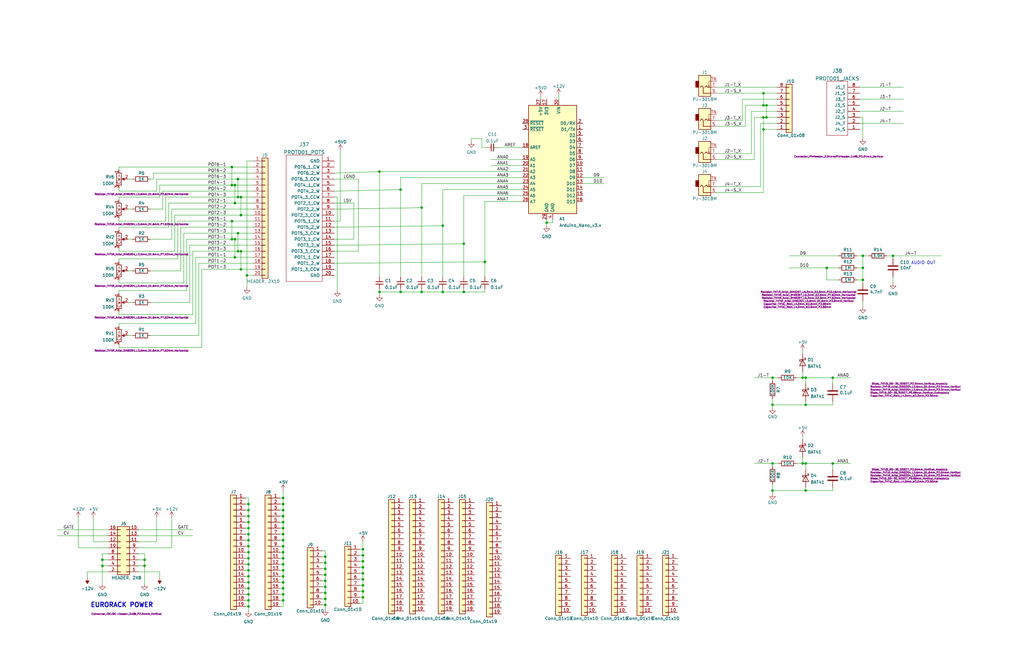
<source format=kicad_sch>
(kicad_sch (version 20211123) (generator eeschema)
  (paper "B")
  (title_block (title "ARDUINO NANO ON ER-PROTO-DB-01") (date "2022-11-07") (rev "1"))
  (junction (at 204.47 110.49))
  (junction (at 338.455 159.385))
  (junction (at 119.38 210.185))
  (junction (at 104.775 255.905))
  (junction (at 104.775 225.425))
  (junction (at 99.06 85.725))
  (junction (at 97.79 70.485))
  (junction (at 97.79 93.345))
  (junction (at 153.035 231.775))
  (junction (at 104.775 245.745))
  (junction (at 137.16 240.03))
  (junction (at 43.18 238.76))
  (junction (at 119.38 253.365))
  (junction (at 119.38 217.805))
  (junction (at 101.6 83.185))
  (junction (at 104.775 248.285))
  (junction (at 101.6 90.805))
  (junction (at 119.38 245.745))
  (junction (at 60.96 238.76))
  (junction (at 100.33 75.565))
  (junction (at 119.38 233.045))
  (junction (at 321.945 44.45))
  (junction (at 153.035 234.315))
  (junction (at 186.69 123.19))
  (junction (at 100.33 98.425))
  (junction (at 160.02 72.39))
  (junction (at 339.725 170.815))
  (junction (at 104.775 220.345))
  (junction (at 137.16 247.65))
  (junction (at 104.14 116.205))
  (junction (at 104.775 235.585))
  (junction (at 99.06 100.965))
  (junction (at 104.775 250.825))
  (junction (at 119.38 222.885))
  (junction (at 104.775 227.965))
  (junction (at 321.945 54.61))
  (junction (at 153.035 252.095))
  (junction (at 195.58 123.19))
  (junction (at 104.775 217.805))
  (junction (at 101.6 106.045))
  (junction (at 99.06 78.105))
  (junction (at 43.18 236.22))
  (junction (at 339.725 195.58))
  (junction (at 119.38 235.585))
  (junction (at 119.38 240.665))
  (junction (at 195.58 102.87))
  (junction (at 325.755 195.58))
  (junction (at 168.91 80.01))
  (junction (at 97.79 78.105))
  (junction (at 119.38 227.965))
  (junction (at 325.755 207.01))
  (junction (at 338.455 195.58))
  (junction (at 97.79 100.965))
  (junction (at 137.16 245.11))
  (junction (at 153.035 249.555))
  (junction (at 119.38 220.345))
  (junction (at 325.755 170.815))
  (junction (at 153.035 247.015))
  (junction (at 321.945 49.53))
  (junction (at 104.775 238.125))
  (junction (at 104.775 215.265))
  (junction (at 104.775 233.045))
  (junction (at 351.155 195.58))
  (junction (at 137.16 237.49))
  (junction (at 60.96 236.22))
  (junction (at 119.38 230.505))
  (junction (at 100.33 83.185))
  (junction (at 119.38 248.285))
  (junction (at 104.775 253.365))
  (junction (at 348.615 113.03))
  (junction (at 363.855 118.11))
  (junction (at 100.33 106.045))
  (junction (at 119.38 225.425))
  (junction (at 104.775 240.665))
  (junction (at 160.02 123.19))
  (junction (at 104.775 230.505))
  (junction (at 186.69 95.25))
  (junction (at 325.755 159.385))
  (junction (at 137.16 234.95))
  (junction (at 101.6 113.665))
  (junction (at 376.555 107.95))
  (junction (at 137.16 252.73))
  (junction (at 119.38 215.265))
  (junction (at 177.8 87.63))
  (junction (at 168.91 123.19))
  (junction (at 104.775 212.725))
  (junction (at 119.38 243.205))
  (junction (at 137.16 255.27))
  (junction (at 323.215 49.53))
  (junction (at 339.725 159.385))
  (junction (at 153.035 239.395))
  (junction (at 137.16 242.57))
  (junction (at 104.775 243.205))
  (junction (at 363.855 113.03))
  (junction (at 153.035 236.855))
  (junction (at 99.06 108.585))
  (junction (at 339.725 207.01))
  (junction (at 137.16 250.19))
  (junction (at 153.035 241.935))
  (junction (at 119.38 238.125))
  (junction (at 321.945 39.37))
  (junction (at 104.775 222.885))
  (junction (at 153.035 244.475))
  (junction (at 119.38 250.825))
  (junction (at 230.505 93.98))
  (junction (at 323.215 44.45))
  (junction (at 363.855 107.95))
  (junction (at 119.38 212.725))
  (junction (at 177.8 123.19))
  (junction (at 351.155 159.385))
  (wire (pts (xy 103.505 220.345) (xy 104.775 220.345)))
  (wire (pts (xy 358.775 195.58) (xy 351.155 195.58)))
  (wire (pts (xy 135.89 242.57) (xy 137.16 242.57)))
  (wire (pts (xy 325.755 195.58) (xy 325.755 196.85)))
  (wire (pts (xy 119.38 215.265) (xy 119.38 217.805)))
  (wire (pts (xy 104.775 225.425) (xy 104.775 227.965)))
  (wire (pts (xy 140.97 85.725) (xy 149.225 85.725)))
  (wire (pts (xy 103.505 250.825) (xy 104.775 250.825)))
  (wire (pts (xy 351.155 195.58) (xy 351.155 198.12)))
  (wire (pts (xy 81.28 106.045) (xy 81.28 132.715)))
  (wire (pts (xy 362.585 41.91) (xy 381 41.91)))
  (wire (pts (xy 325.755 207.01) (xy 325.755 204.47)))
  (wire (pts (xy 58.42 226.06) (xy 81.28 226.06)))
  (wire (pts (xy 137.16 255.27) (xy 137.16 257.175)))
  (wire (pts (xy 235.585 40.005) (xy 235.585 41.91)))
  (wire (pts (xy 106.68 100.965) (xy 99.06 100.965)))
  (wire (pts (xy 153.035 247.015) (xy 153.035 249.555)))
  (wire (pts (xy 363.855 107.95) (xy 366.395 107.95)))
  (wire (pts (xy 69.85 93.345) (xy 69.85 83.185)))
  (wire (pts (xy 50.165 104.775) (xy 50.165 106.045)))
  (wire (pts (xy 220.345 80.01) (xy 186.69 80.01)))
  (wire (pts (xy 338.455 195.58) (xy 339.725 195.58)))
  (wire (pts (xy 106.68 93.345) (xy 97.79 93.345)))
  (wire (pts (xy 135.89 250.19) (xy 137.16 250.19)))
  (wire (pts (xy 118.11 225.425) (xy 119.38 225.425)))
  (wire (pts (xy 76.2 114.3) (xy 63.5 114.3)))
  (wire (pts (xy 24.13 223.52) (xy 45.72 223.52)))
  (wire (pts (xy 118.11 255.905) (xy 119.38 255.905)))
  (wire (pts (xy 151.13 75.565) (xy 151.13 106.045)))
  (wire (pts (xy 106.68 103.505) (xy 80.01 103.505)))
  (wire (pts (xy 245.745 77.47) (xy 254.635 77.47)))
  (wire (pts (xy 137.16 232.41) (xy 137.16 234.95)))
  (wire (pts (xy 50.165 92.075) (xy 50.165 93.345)))
  (wire (pts (xy 302.26 64.77) (xy 316.865 64.77)))
  (wire (pts (xy 140.97 83.185) (xy 142.24 83.185)))
  (wire (pts (xy 313.055 50.8) (xy 313.055 41.91)))
  (wire (pts (xy 153.035 234.315) (xy 153.035 236.855)))
  (wire (pts (xy 119.38 227.965) (xy 119.38 230.505)))
  (wire (pts (xy 83.82 111.125) (xy 83.82 141.605)))
  (wire (pts (xy 97.79 70.485) (xy 106.68 70.485)))
  (wire (pts (xy 104.775 255.905) (xy 104.775 257.81)))
  (wire (pts (xy 99.06 108.585) (xy 82.55 108.585)))
  (wire (pts (xy 339.725 159.385) (xy 339.725 161.925)))
  (wire (pts (xy 101.6 113.665) (xy 85.09 113.665)))
  (wire (pts (xy 77.47 98.425) (xy 77.47 119.38)))
  (wire (pts (xy 104.775 233.045) (xy 104.775 235.585)))
  (wire (pts (xy 320.675 52.07) (xy 327.66 52.07)))
  (wire (pts (xy 24.13 226.06) (xy 45.72 226.06)))
  (wire (pts (xy 119.38 212.725) (xy 119.38 215.265)))
  (wire (pts (xy 103.505 253.365) (xy 104.775 253.365)))
  (wire (pts (xy 103.505 245.745) (xy 104.775 245.745)))
  (wire (pts (xy 204.47 85.09) (xy 204.47 110.49)))
  (wire (pts (xy 104.775 248.285) (xy 104.775 250.825)))
  (wire (pts (xy 204.47 110.49) (xy 204.47 116.84)))
  (wire (pts (xy 151.765 234.315) (xy 153.035 234.315)))
  (wire (pts (xy 33.02 218.44) (xy 33.02 231.14)))
  (wire (pts (xy 103.505 235.585) (xy 104.775 235.585)))
  (wire (pts (xy 207.01 67.31) (xy 220.345 67.31)))
  (wire (pts (xy 119.38 225.425) (xy 119.38 227.965)))
  (wire (pts (xy 55.88 141.605) (xy 53.975 141.605)))
  (wire (pts (xy 363.855 49.53) (xy 363.855 58.42)))
  (wire (pts (xy 140.97 75.565) (xy 151.13 75.565)))
  (wire (pts (xy 100.33 75.565) (xy 106.68 75.565)))
  (wire (pts (xy 58.42 223.52) (xy 81.28 223.52)))
  (wire (pts (xy 103.505 215.265) (xy 104.775 215.265)))
  (wire (pts (xy 230.505 93.98) (xy 233.045 93.98)))
  (wire (pts (xy 177.8 121.92) (xy 177.8 123.19)))
  (wire (pts (xy 220.345 77.47) (xy 177.8 77.47)))
  (wire (pts (xy 104.775 215.265) (xy 104.775 217.805)))
  (wire (pts (xy 118.11 215.265) (xy 119.38 215.265)))
  (wire (pts (xy 104.775 212.725) (xy 104.775 215.265)))
  (wire (pts (xy 137.16 234.95) (xy 137.16 237.49)))
  (wire (pts (xy 85.09 113.665) (xy 85.09 146.685)))
  (wire (pts (xy 100.33 75.565) (xy 100.33 83.185)))
  (wire (pts (xy 363.855 107.95) (xy 361.315 107.95)))
  (wire (pts (xy 50.165 122.555) (xy 50.165 123.825)))
  (wire (pts (xy 151.765 236.855) (xy 153.035 236.855)))
  (wire (pts (xy 207.01 69.85) (xy 220.345 69.85)))
  (wire (pts (xy 135.89 237.49) (xy 137.16 237.49)))
  (wire (pts (xy 39.37 228.6) (xy 39.37 218.44)))
  (wire (pts (xy 168.91 121.92) (xy 168.91 123.19)))
  (wire (pts (xy 60.96 233.68) (xy 60.96 236.22)))
  (wire (pts (xy 50.165 80.645) (xy 66.04 80.645)))
  (wire (pts (xy 97.79 70.485) (xy 97.79 78.105)))
  (wire (pts (xy 100.33 106.045) (xy 101.6 106.045)))
  (wire (pts (xy 318.135 159.385) (xy 325.755 159.385)))
  (wire (pts (xy 80.01 103.505) (xy 80.01 127.635)))
  (wire (pts (xy 50.165 136.525) (xy 82.55 136.525)))
  (wire (pts (xy 119.38 230.505) (xy 119.38 233.045)))
  (wire (pts (xy 118.11 230.505) (xy 119.38 230.505)))
  (wire (pts (xy 153.035 252.095) (xy 153.035 254.635)))
  (wire (pts (xy 64.77 73.025) (xy 64.77 75.565)))
  (wire (pts (xy 325.755 159.385) (xy 328.295 159.385)))
  (wire (pts (xy 81.28 106.045) (xy 100.33 106.045)))
  (wire (pts (xy 66.04 218.44) (xy 66.04 228.6)))
  (wire (pts (xy 135.89 252.73) (xy 137.16 252.73)))
  (wire (pts (xy 351.155 207.01) (xy 351.155 205.74)))
  (wire (pts (xy 36.83 241.3) (xy 45.72 241.3)))
  (wire (pts (xy 135.89 245.11) (xy 137.16 245.11)))
  (wire (pts (xy 50.165 132.715) (xy 81.28 132.715)))
  (wire (pts (xy 58.42 238.76) (xy 60.96 238.76)))
  (wire (pts (xy 50.165 146.685) (xy 85.09 146.685)))
  (wire (pts (xy 50.165 145.415) (xy 50.165 146.685)))
  (wire (pts (xy 153.035 241.935) (xy 153.035 244.475)))
  (wire (pts (xy 376.555 107.95) (xy 376.555 109.22)))
  (wire (pts (xy 118.11 240.665) (xy 119.38 240.665)))
  (wire (pts (xy 348.615 113.03) (xy 353.695 113.03)))
  (wire (pts (xy 50.165 70.485) (xy 50.165 71.755)))
  (wire (pts (xy 45.72 228.6) (xy 39.37 228.6)))
  (wire (pts (xy 76.2 95.885) (xy 76.2 114.3)))
  (wire (pts (xy 63.5 141.605) (xy 83.82 141.605)))
  (wire (pts (xy 323.215 44.45) (xy 323.215 49.53)))
  (wire (pts (xy 186.69 121.92) (xy 186.69 123.19)))
  (wire (pts (xy 100.33 98.425) (xy 77.47 98.425)))
  (wire (pts (xy 302.26 81.28) (xy 321.945 81.28)))
  (wire (pts (xy 103.505 210.185) (xy 104.775 210.185)))
  (wire (pts (xy 97.79 100.965) (xy 78.74 100.965)))
  (wire (pts (xy 135.89 240.03) (xy 137.16 240.03)))
  (wire (pts (xy 50.165 83.185) (xy 50.165 84.455)))
  (wire (pts (xy 323.215 44.45) (xy 327.66 44.45)))
  (wire (pts (xy 142.24 83.185) (xy 142.24 122.555)))
  (wire (pts (xy 168.91 74.93) (xy 168.91 80.01)))
  (wire (pts (xy 50.165 93.345) (xy 69.85 93.345)))
  (wire (pts (xy 325.755 170.815) (xy 325.755 168.275)))
  (wire (pts (xy 55.88 100.965) (xy 53.975 100.965)))
  (wire (pts (xy 99.06 100.965) (xy 97.79 100.965)))
  (wire (pts (xy 339.725 170.815) (xy 325.755 170.815)))
  (wire (pts (xy 313.055 41.91) (xy 327.66 41.91)))
  (wire (pts (xy 103.505 243.205) (xy 104.775 243.205)))
  (wire (pts (xy 302.26 53.34) (xy 314.325 53.34)))
  (wire (pts (xy 135.89 234.95) (xy 137.16 234.95)))
  (wire (pts (xy 149.225 100.965) (xy 140.97 100.965)))
  (wire (pts (xy 151.765 231.775) (xy 153.035 231.775)))
  (wire (pts (xy 45.72 231.14) (xy 33.02 231.14)))
  (wire (pts (xy 153.035 231.775) (xy 153.035 234.315)))
  (wire (pts (xy 151.765 244.475) (xy 153.035 244.475)))
  (wire (pts (xy 104.775 240.665) (xy 104.775 243.205)))
  (wire (pts (xy 43.18 238.76) (xy 43.18 246.38)))
  (wire (pts (xy 58.42 231.14) (xy 72.39 231.14)))
  (wire (pts (xy 118.11 243.205) (xy 119.38 243.205)))
  (wire (pts (xy 50.165 95.885) (xy 71.12 95.885)))
  (wire (pts (xy 362.585 52.07) (xy 381 52.07)))
  (wire (pts (xy 339.725 207.01) (xy 351.155 207.01)))
  (wire (pts (xy 69.85 83.185) (xy 100.33 83.185)))
  (wire (pts (xy 325.755 172.085) (xy 325.755 170.815)))
  (wire (pts (xy 118.11 233.045) (xy 119.38 233.045)))
  (wire (pts (xy 104.14 67.945) (xy 104.14 116.205)))
  (wire (pts (xy 63.5 100.965) (xy 72.39 100.965)))
  (wire (pts (xy 143.51 63.5) (xy 143.51 93.345)))
  (wire (pts (xy 195.58 82.55) (xy 195.58 102.87)))
  (wire (pts (xy 363.855 113.03) (xy 363.855 107.95)))
  (wire (pts (xy 74.93 93.345) (xy 74.93 109.22)))
  (wire (pts (xy 153.035 244.475) (xy 153.035 247.015)))
  (wire (pts (xy 325.755 195.58) (xy 328.295 195.58)))
  (wire (pts (xy 358.775 159.385) (xy 351.155 159.385)))
  (wire (pts (xy 362.585 36.83) (xy 381 36.83)))
  (wire (pts (xy 55.88 127.635) (xy 53.975 127.635)))
  (wire (pts (xy 67.31 83.185) (xy 67.31 78.105)))
  (wire (pts (xy 160.02 123.19) (xy 160.02 124.46)))
  (wire (pts (xy 321.945 39.37) (xy 327.66 39.37)))
  (wire (pts (xy 103.505 212.725) (xy 104.775 212.725)))
  (wire (pts (xy 119.38 217.805) (xy 119.38 220.345)))
  (wire (pts (xy 220.345 85.09) (xy 204.47 85.09)))
  (wire (pts (xy 314.325 53.34) (xy 314.325 44.45)))
  (wire (pts (xy 72.39 88.265) (xy 72.39 100.965)))
  (wire (pts (xy 43.18 233.68) (xy 43.18 236.22)))
  (wire (pts (xy 160.02 121.92) (xy 160.02 123.19)))
  (wire (pts (xy 137.16 250.19) (xy 137.16 252.73)))
  (wire (pts (xy 119.38 245.745) (xy 119.38 248.285)))
  (wire (pts (xy 320.675 78.74) (xy 320.675 52.07)))
  (wire (pts (xy 353.695 118.11) (xy 348.615 118.11)))
  (wire (pts (xy 321.945 54.61) (xy 327.66 54.61)))
  (wire (pts (xy 177.8 123.19) (xy 186.69 123.19)))
  (wire (pts (xy 80.01 127.635) (xy 63.5 127.635)))
  (wire (pts (xy 71.12 95.885) (xy 71.12 85.725)))
  (wire (pts (xy 74.93 109.22) (xy 50.165 109.22)))
  (wire (pts (xy 135.89 255.27) (xy 137.16 255.27)))
  (wire (pts (xy 302.26 67.31) (xy 318.135 67.31)))
  (wire (pts (xy 106.68 73.025) (xy 64.77 73.025)))
  (wire (pts (xy 104.775 245.745) (xy 104.775 248.285)))
  (wire (pts (xy 68.58 88.265) (xy 68.58 80.645)))
  (wire (pts (xy 43.18 238.76) (xy 45.72 238.76)))
  (wire (pts (xy 325.755 159.385) (xy 325.755 160.655)))
  (wire (pts (xy 338.455 156.845) (xy 338.455 159.385)))
  (wire (pts (xy 137.16 247.65) (xy 137.16 250.19)))
  (wire (pts (xy 101.6 83.185) (xy 101.6 90.805)))
  (wire (pts (xy 210.185 62.23) (xy 220.345 62.23)))
  (wire (pts (xy 104.775 250.825) (xy 104.775 253.365)))
  (wire (pts (xy 233.045 93.98) (xy 233.045 92.71)))
  (wire (pts (xy 103.505 233.045) (xy 104.775 233.045)))
  (wire (pts (xy 153.035 239.395) (xy 153.035 241.935)))
  (wire (pts (xy 361.315 113.03) (xy 363.855 113.03)))
  (wire (pts (xy 186.69 95.25) (xy 186.69 116.84)))
  (wire (pts (xy 245.745 74.93) (xy 254.635 74.93)))
  (wire (pts (xy 177.8 87.63) (xy 177.8 116.84)))
  (wire (pts (xy 198.755 58.42) (xy 203.2 58.42)))
  (wire (pts (xy 321.945 49.53) (xy 323.215 49.53)))
  (wire (pts (xy 151.765 239.395) (xy 153.035 239.395)))
  (wire (pts (xy 106.68 88.265) (xy 72.39 88.265)))
  (wire (pts (xy 168.91 123.19) (xy 177.8 123.19)))
  (wire (pts (xy 82.55 108.585) (xy 82.55 136.525)))
  (wire (pts (xy 362.585 46.99) (xy 381 46.99)))
  (wire (pts (xy 50.165 118.11) (xy 50.165 119.38)))
  (wire (pts (xy 230.505 92.71) (xy 230.505 93.98)))
  (wire (pts (xy 72.39 218.44) (xy 72.39 231.14)))
  (wire (pts (xy 348.615 113.03) (xy 332.74 113.03)))
  (wire (pts (xy 97.79 93.345) (xy 74.93 93.345)))
  (wire (pts (xy 363.855 118.11) (xy 363.855 119.38)))
  (wire (pts (xy 50.165 136.525) (xy 50.165 137.795)))
  (wire (pts (xy 97.79 93.345) (xy 97.79 100.965)))
  (wire (pts (xy 67.31 78.105) (xy 97.79 78.105)))
  (wire (pts (xy 119.38 248.285) (xy 119.38 250.825)))
  (wire (pts (xy 153.035 228.6) (xy 153.035 231.775)))
  (wire (pts (xy 73.66 90.805) (xy 73.66 106.045)))
  (wire (pts (xy 149.225 85.725) (xy 149.225 100.965)))
  (wire (pts (xy 104.775 227.965) (xy 104.775 230.505)))
  (wire (pts (xy 118.11 253.365) (xy 119.38 253.365)))
  (wire (pts (xy 104.14 116.205) (xy 104.14 121.285)))
  (wire (pts (xy 338.455 147.955) (xy 338.455 149.225)))
  (wire (pts (xy 103.505 222.885) (xy 104.775 222.885)))
  (wire (pts (xy 73.66 106.045) (xy 50.165 106.045)))
  (wire (pts (xy 316.865 46.99) (xy 327.66 46.99)))
  (wire (pts (xy 50.165 95.885) (xy 50.165 97.155)))
  (wire (pts (xy 339.725 170.815) (xy 351.155 170.815)))
  (wire (pts (xy 104.775 220.345) (xy 104.775 222.885)))
  (wire (pts (xy 58.42 241.3) (xy 67.31 241.3)))
  (wire (pts (xy 151.765 249.555) (xy 153.035 249.555)))
  (wire (pts (xy 160.02 72.39) (xy 220.345 72.39)))
  (wire (pts (xy 376.555 107.95) (xy 396.875 107.95)))
  (wire (pts (xy 63.5 75.565) (xy 64.77 75.565)))
  (wire (pts (xy 50.165 122.555) (xy 78.74 122.555)))
  (wire (pts (xy 137.16 245.11) (xy 137.16 247.65)))
  (wire (pts (xy 302.26 39.37) (xy 321.945 39.37)))
  (wire (pts (xy 100.33 83.185) (xy 101.6 83.185)))
  (wire (pts (xy 104.775 235.585) (xy 104.775 238.125)))
  (wire (pts (xy 103.505 238.125) (xy 104.775 238.125)))
  (wire (pts (xy 58.42 228.6) (xy 66.04 228.6)))
  (wire (pts (xy 348.615 118.11) (xy 348.615 113.03)))
  (wire (pts (xy 339.725 195.58) (xy 351.155 195.58)))
  (wire (pts (xy 103.505 255.905) (xy 104.775 255.905)))
  (wire (pts (xy 339.725 170.815) (xy 339.725 169.545)))
  (wire (pts (xy 101.6 90.805) (xy 73.66 90.805)))
  (wire (pts (xy 100.33 98.425) (xy 100.33 106.045)))
  (wire (pts (xy 43.18 236.22) (xy 43.18 238.76)))
  (wire (pts (xy 351.155 159.385) (xy 351.155 161.925)))
  (wire (pts (xy 45.72 233.68) (xy 43.18 233.68)))
  (wire (pts (xy 220.345 82.55) (xy 195.58 82.55)))
  (wire (pts (xy 103.505 217.805) (xy 104.775 217.805)))
  (wire (pts (xy 63.5 88.265) (xy 68.58 88.265)))
  (wire (pts (xy 50.165 79.375) (xy 50.165 80.645)))
  (wire (pts (xy 302.26 78.74) (xy 320.675 78.74)))
  (wire (pts (xy 103.505 230.505) (xy 104.775 230.505)))
  (wire (pts (xy 160.02 72.39) (xy 160.02 116.84)))
  (wire (pts (xy 118.11 220.345) (xy 119.38 220.345)))
  (wire (pts (xy 104.775 217.805) (xy 104.775 220.345)))
  (wire (pts (xy 104.775 243.205) (xy 104.775 245.745)))
  (wire (pts (xy 363.855 118.11) (xy 363.855 113.03)))
  (wire (pts (xy 361.315 118.11) (xy 363.855 118.11)))
  (wire (pts (xy 101.6 106.045) (xy 101.6 113.665)))
  (wire (pts (xy 318.135 49.53) (xy 321.945 49.53)))
  (wire (pts (xy 71.12 85.725) (xy 99.06 85.725)))
  (wire (pts (xy 78.74 100.965) (xy 78.74 122.555)))
  (wire (pts (xy 68.58 80.645) (xy 106.68 80.645)))
  (wire (pts (xy 101.6 106.045) (xy 106.68 106.045)))
  (wire (pts (xy 118.11 210.185) (xy 119.38 210.185)))
  (wire (pts (xy 318.135 195.58) (xy 325.755 195.58)))
  (wire (pts (xy 103.505 227.965) (xy 104.775 227.965)))
  (wire (pts (xy 101.6 83.185) (xy 106.68 83.185)))
  (wire (pts (xy 151.13 106.045) (xy 140.97 106.045)))
  (wire (pts (xy 103.505 240.665) (xy 104.775 240.665)))
  (wire (pts (xy 119.38 238.125) (xy 119.38 240.665)))
  (wire (pts (xy 99.06 100.965) (xy 99.06 108.585)))
  (wire (pts (xy 220.345 74.93) (xy 168.91 74.93)))
  (wire (pts (xy 106.68 67.945) (xy 104.14 67.945)))
  (wire (pts (xy 362.585 49.53) (xy 363.855 49.53)))
  (wire (pts (xy 77.47 119.38) (xy 50.165 119.38)))
  (wire (pts (xy 106.68 108.585) (xy 99.06 108.585)))
  (wire (pts (xy 106.68 113.665) (xy 101.6 113.665)))
  (wire (pts (xy 119.38 253.365) (xy 119.38 255.905)))
  (wire (pts (xy 99.06 78.105) (xy 106.68 78.105)))
  (wire (pts (xy 338.455 159.385) (xy 339.725 159.385)))
  (wire (pts (xy 135.89 247.65) (xy 137.16 247.65)))
  (wire (pts (xy 351.155 170.815) (xy 351.155 169.545)))
  (wire (pts (xy 151.765 241.935) (xy 153.035 241.935)))
  (wire (pts (xy 106.68 111.125) (xy 83.82 111.125)))
  (wire (pts (xy 321.945 49.53) (xy 321.945 54.61)))
  (wire (pts (xy 140.97 93.345) (xy 143.51 93.345)))
  (wire (pts (xy 104.775 253.365) (xy 104.775 255.905)))
  (wire (pts (xy 151.765 247.015) (xy 153.035 247.015)))
  (wire (pts (xy 103.505 225.425) (xy 104.775 225.425)))
  (wire (pts (xy 66.04 80.645) (xy 66.04 75.565)))
  (wire (pts (xy 321.945 81.28) (xy 321.945 54.61)))
  (wire (pts (xy 58.42 233.68) (xy 60.96 233.68)))
  (wire (pts (xy 104.775 230.505) (xy 104.775 233.045)))
  (wire (pts (xy 50.165 109.22) (xy 50.165 110.49)))
  (wire (pts (xy 339.725 195.58) (xy 339.725 198.12)))
  (wire (pts (xy 140.97 73.025) (xy 160.02 72.39)))
  (wire (pts (xy 339.725 207.01) (xy 339.725 205.74)))
  (wire (pts (xy 104.775 210.185) (xy 104.775 212.725)))
  (wire (pts (xy 66.04 75.565) (xy 100.33 75.565)))
  (wire (pts (xy 140.97 111.125) (xy 204.47 110.49)))
  (wire (pts (xy 195.58 102.87) (xy 195.58 116.84)))
  (wire (pts (xy 118.11 235.585) (xy 119.38 235.585)))
  (wire (pts (xy 140.97 103.505) (xy 195.58 102.87)))
  (wire (pts (xy 137.16 252.73) (xy 137.16 255.27)))
  (wire (pts (xy 339.725 159.385) (xy 351.155 159.385)))
  (wire (pts (xy 151.765 252.095) (xy 153.035 252.095)))
  (wire (pts (xy 106.68 90.805) (xy 101.6 90.805)))
  (wire (pts (xy 106.68 98.425) (xy 100.33 98.425)))
  (wire (pts (xy 50.165 83.185) (xy 67.31 83.185)))
  (wire (pts (xy 118.11 227.965) (xy 119.38 227.965)))
  (wire (pts (xy 50.165 70.485) (xy 97.79 70.485)))
  (wire (pts (xy 99.06 85.725) (xy 106.68 85.725)))
  (wire (pts (xy 119.38 250.825) (xy 119.38 253.365)))
  (wire (pts (xy 119.38 243.205) (xy 119.38 245.745)))
  (wire (pts (xy 335.915 195.58) (xy 338.455 195.58)))
  (wire (pts (xy 177.8 77.47) (xy 177.8 87.63)))
  (wire (pts (xy 104.14 116.205) (xy 106.68 116.205)))
  (wire (pts (xy 203.2 58.42) (xy 203.2 62.23)))
  (wire (pts (xy 53.975 88.265) (xy 55.88 88.265)))
  (wire (pts (xy 204.47 123.19) (xy 204.47 121.92)))
  (wire (pts (xy 186.69 80.01) (xy 186.69 95.25)))
  (wire (pts (xy 153.035 236.855) (xy 153.035 239.395)))
  (wire (pts (xy 106.68 95.885) (xy 76.2 95.885)))
  (wire (pts (xy 104.775 238.125) (xy 104.775 240.665)))
  (wire (pts (xy 316.865 64.77) (xy 316.865 46.99)))
  (wire (pts (xy 137.16 240.03) (xy 137.16 242.57)))
  (wire (pts (xy 99.06 78.105) (xy 99.06 85.725)))
  (wire (pts (xy 118.11 250.825) (xy 119.38 250.825)))
  (wire (pts (xy 198.755 59.69) (xy 198.755 58.42)))
  (wire (pts (xy 118.11 248.285) (xy 119.38 248.285)))
  (wire (pts (xy 118.11 222.885) (xy 119.38 222.885)))
  (wire (pts (xy 119.38 235.585) (xy 119.38 238.125)))
  (wire (pts (xy 302.26 36.83) (xy 327.66 36.83)))
  (wire (pts (xy 321.945 39.37) (xy 321.945 44.45)))
  (wire (pts (xy 338.455 184.15) (xy 338.455 185.42)))
  (wire (pts (xy 118.11 212.725) (xy 119.38 212.725)))
  (wire (pts (xy 119.38 220.345) (xy 119.38 222.885)))
  (wire (pts (xy 151.765 254.635) (xy 153.035 254.635)))
  (wire (pts (xy 195.58 123.19) (xy 204.47 123.19)))
  (wire (pts (xy 140.97 80.645) (xy 168.91 80.01)))
  (wire (pts (xy 195.58 121.92) (xy 195.58 123.19)))
  (wire (pts (xy 302.26 50.8) (xy 313.055 50.8)))
  (wire (pts (xy 332.74 107.95) (xy 353.695 107.95)))
  (wire (pts (xy 318.135 67.31) (xy 318.135 49.53)))
  (wire (pts (xy 314.325 44.45) (xy 321.945 44.45)))
  (wire (pts (xy 60.96 238.76) (xy 60.96 246.38)))
  (wire (pts (xy 50.165 131.445) (xy 50.165 132.715)))
  (wire (pts (xy 118.11 217.805) (xy 119.38 217.805)))
  (wire (pts (xy 58.42 236.22) (xy 60.96 236.22)))
  (wire (pts (xy 119.38 207.01) (xy 119.38 210.185)))
  (wire (pts (xy 118.11 245.745) (xy 119.38 245.745)))
  (wire (pts (xy 119.38 210.185) (xy 119.38 212.725)))
  (wire (pts (xy 119.38 233.045) (xy 119.38 235.585)))
  (wire (pts (xy 153.035 249.555) (xy 153.035 252.095)))
  (wire (pts (xy 339.725 207.01) (xy 325.755 207.01)))
  (wire (pts (xy 104.775 222.885) (xy 104.775 225.425)))
  (wire (pts (xy 230.505 93.98) (xy 230.505 95.25)))
  (wire (pts (xy 186.69 123.19) (xy 195.58 123.19)))
  (wire (pts (xy 67.31 241.3) (xy 67.31 243.84)))
  (wire (pts (xy 135.89 232.41) (xy 137.16 232.41)))
  (wire (pts (xy 325.755 208.28) (xy 325.755 207.01)))
  (wire (pts (xy 203.2 62.23) (xy 205.105 62.23)))
  (wire (pts (xy 60.96 236.22) (xy 60.96 238.76)))
  (wire (pts (xy 168.91 80.01) (xy 168.91 116.84)))
  (wire (pts (xy 140.97 95.885) (xy 186.69 95.25)))
  (wire (pts (xy 323.215 49.53) (xy 327.66 49.53)))
  (wire (pts (xy 376.555 116.84) (xy 376.555 119.38)))
  (wire (pts (xy 36.83 243.84) (xy 36.83 241.3)))
  (wire (pts (xy 321.945 44.45) (xy 323.215 44.45)))
  (wire (pts (xy 363.855 127) (xy 363.855 129.54)))
  (wire (pts (xy 43.18 236.22) (xy 45.72 236.22)))
  (wire (pts (xy 335.915 159.385) (xy 338.455 159.385)))
  (wire (pts (xy 374.015 107.95) (xy 376.555 107.95)))
  (wire (pts (xy 53.975 75.565) (xy 55.88 75.565)))
  (wire (pts (xy 137.16 242.57) (xy 137.16 245.11)))
  (wire (pts (xy 55.88 114.3) (xy 53.975 114.3)))
  (wire (pts (xy 118.11 238.125) (xy 119.38 238.125)))
  (wire (pts (xy 137.16 237.49) (xy 137.16 240.03)))
  (wire (pts (xy 103.505 248.285) (xy 104.775 248.285)))
  (wire (pts (xy 227.965 40.64) (xy 227.965 41.91)))
  (wire (pts (xy 160.02 123.19) (xy 168.91 123.19)))
  (wire (pts (xy 338.455 193.04) (xy 338.455 195.58)))
  (wire (pts (xy 97.79 78.105) (xy 99.06 78.105)))
  (wire (pts (xy 119.38 240.665) (xy 119.38 243.205)))
  (wire (pts (xy 119.38 222.885) (xy 119.38 225.425)))
  (wire (pts (xy 140.97 88.265) (xy 177.8 87.63)))
  (text "EURORACK POWER" (at 38.1 256.54 0) (effects (font (size 1.905 1.905) (thickness 0.381) bold) (justify left bottom)))
  (text "AUDIO OUT" (at 384.175 111.76 0) (effects (font (size 1.27 1.27)) (justify left bottom)))
  (label "GATE" (at 74.93 223.52 0))
  (label "ANA5" (at 209.55 80.01 0))
  (label "J3-T_X" (at 305.435 50.8 0))
  (label "POT6-1" (at 87.63 70.485 0))
  (label "ANA4" (at 209.55 77.47 0))
  (label "GATE" (at 26.67 223.52 0))
  (label "POT4-3" (at 87.63 83.185 0))
  (label "J2-T" (at 319.405 195.58 0))
  (label "POT2-1" (at 87.63 85.725 0))
  (label "ANA0" (at 353.06 159.385 0))
  (label "ANA1" (at 353.06 195.58 0))
  (label "ANA7" (at 209.55 85.09 0))
  (label "J2-T_X" (at 305.435 64.77 0))
  (label "POT1-2" (at 87.63 111.125 0))
  (label "POT2-3" (at 87.63 90.805 0))
  (label "D9" (at 250.19 74.93 0))
  (label "D9" (at 337.185 107.95 0))
  (label "J4-T_X" (at 305.435 78.74 0))
  (label "J1-T" (at 319.405 159.385 0))
  (label "ANA1" (at 209.55 69.85 0))
  (label "CV" (at 74.93 226.06 0))
  (label "J3-S_X" (at 305.435 53.34 0))
  (label "ANA0" (at 209.55 67.31 0))
  (label "POT6-2" (at 87.63 73.025 0))
  (label "POT5-3" (at 87.63 98.425 0))
  (label "L5V" (at 144.78 85.725 0))
  (label "J4-T" (at 370.84 52.07 0))
  (label "POT4-2" (at 87.63 80.645 0))
  (label "ANA3" (at 209.55 74.93 0))
  (label "POT3-3" (at 87.63 106.045 0))
  (label "J2-T" (at 370.84 46.99 0))
  (label "POT2-2" (at 87.63 88.265 0))
  (label "J1-T_X" (at 305.435 36.83 0))
  (label "CV" (at 26.67 226.06 0))
  (label "J1-S_X" (at 305.435 39.37 0))
  (label "AREF" (at 212.725 62.23 0))
  (label "J3-T" (at 370.84 41.91 0))
  (label "J4-S_X" (at 305.435 81.28 0))
  (label "ANA2" (at 209.55 72.39 0))
  (label "POT6-3" (at 87.63 75.565 0))
  (label "LGND" (at 144.78 75.565 0))
  (label "POT5-2" (at 87.63 95.885 0))
  (label "J4-T" (at 381.635 107.95 0))
  (label "J1-T" (at 370.84 36.83 0))
  (label "POT5-1" (at 87.63 93.345 0))
  (label "POT1-1" (at 87.63 108.585 0))
  (label "POT1-3" (at 87.63 113.665 0))
  (label "J2-S_X" (at 305.435 67.31 0))
  (label "POT3-1" (at 87.63 100.965 0))
  (label "ANA6" (at 209.55 82.55 0))
  (label "D10" (at 250.19 77.47 0))
  (label "D10" (at 337.185 113.03 0))
  (label "POT4-1" (at 87.63 78.105 0))
  (label "POT3-2" (at 87.63 103.505 0))
  (symbol (lib_id "Device:C_Small") (at 195.58 119.38 0) (unit 1)
    (property "Reference" "C5" (at 197.9041 118.4778 0) (effects (justify left)))
    (property "Value" "0.1uF" (at 197.9041 121.2529 0) (effects (justify left)))
    (property "Footprint" "Capacitor_THT:C_Disc_D4.3mm_W1.9mm_P5.00mm" (effects hide))
  )
  (symbol (lib_id "Device:R") (at 357.505 118.11 90) (unit 1)
    (property "Reference" "R13" (at 357.505 115.57 90))
    (property "Value" "1M" (at 357.505 118.11 90))
    (property "Footprint" "Resistor_THT:R_Axial_DIN0207_L6.3mm_D2.5mm_P7.62mm_Horizontal" (at 340.995 125.73 90) (effects (font (size 0.762 0.762))))
    (property "Datasheet" "https://www.mouser.com/ProductDetail/Xicon/299-2.2K-RC?qs=QaPBMFBEHz3RDbXknTj%252ByA%3D%3D" (effects hide))
  )
  (symbol (lib_id "power:GND") (at 43.18 246.38 0) (unit 1)
    (property "Reference" "#PWR0104" (effects hide))
    (property "Value" "GND" (at 43.18 250.9425 0))
  )
  (symbol (lib_id "power:+5V") (at 153.035 228.6 0) (unit 1)
    (property "Reference" "#PWR0124" (effects hide))
    (property "Value" "+5V" (at 153.035 224.9955 0))
  )
  (symbol (lib_id "power:GND") (at 198.755 59.69 0) (unit 1)
    (property "Reference" "#PWR0127" (effects hide))
    (property "Value" "GND" (at 198.755 64.2525 0))
  )
  (symbol (lib_id "Device:R") (at 357.505 113.03 90) (unit 1)
    (property "Reference" "R12" (at 357.505 110.49 90))
    (property "Value" "1M" (at 357.505 113.03 90))
    (property "Footprint" "Resistor_THT:R_Axial_DIN0207_L6.3mm_D2.5mm_P7.62mm_Horizontal" (at 340.995 124.46 90) (effects (font (size 0.762 0.762))))
    (property "Datasheet" "https://www.mouser.com/ProductDetail/Xicon/299-2.2K-RC?qs=QaPBMFBEHz3RDbXknTj%252ByA%3D%3D" (effects hide))
  )
  (symbol (lib_id "Device:R") (at 59.69 127.635 90) (unit 1) (in_bom no) (on_board no)
    (property "Reference" "R3" (at 59.69 125.095 90))
    (property "Value" "1K" (at 59.69 127.635 90))
    (property "Footprint" "Resistor_THT:R_Axial_DIN0204_L3.6mm_D1.6mm_P7.62mm_Horizontal" (at 59.69 133.985 90) (effects (font (size 0.762 0.762))))
    (property "Datasheet" "https://www.mouser.com/ProductDetail/Xicon/299-2.2K-RC?qs=QaPBMFBEHz3RDbXknTj%252ByA%3D%3D" (effects hide))
  )
  (symbol (lib_id "Device:C_Small") (at 168.91 119.38 0) (unit 1)
    (property "Reference" "C2" (at 171.2341 118.4778 0) (effects (justify left)))
    (property "Value" "0.1uF" (at 171.2341 121.2529 0) (effects (justify left)))
    (property "Footprint" "Capacitor_THT:C_Disc_D4.3mm_W1.9mm_P5.00mm" (effects hide))
  )
  (symbol (lib_id "Connector_Generic:Conn_01x19") (at 113.03 233.045 0) (mirror y) (unit 1)
    (property "Reference" "J8" (at 113.03 207.645 0))
    (property "Value" "Conn_01x19" (at 113.03 259.08 0))
    (property "Footprint" "Connector_PinHeader_2.54mm:PinHeader_1x19_P2.54mm_Vertical" (effects hide))
  )
  (symbol (lib_id "power:GND") (at 363.855 129.54 0) (unit 1)
    (property "Reference" "#PWR0125" (effects hide))
    (property "Value" "GND" (at 363.855 134.1025 0))
  )
  (symbol (lib_id "power:GND") (at 60.96 246.38 0) (unit 1)
    (property "Reference" "#PWR0105" (effects hide))
    (property "Value" "GND" (at 60.96 250.9425 0))
  )
  (symbol (lib_id "power:+12V") (at 235.585 40.005 0) (unit 1)
    (property "Reference" "#PWR0110" (effects hide))
    (property "Value" "+12V" (at 235.585 36.4005 0))
  )
  (symbol (lib_id "LandBoards_Conns:R_Pot_CW") (at 50.165 100.965 0) (unit 1) (in_bom no) (on_board no)
    (property "Reference" "RV2" (at 48.2695 100.0565 0) (effects (justify right)))
    (property "Value" "100K" (at 48.2695 102.8316 0) (effects (justify right)))
  )
  (symbol (lib_id "power:-12V") (at 36.83 243.84 180) (unit 1)
    (property "Reference" "#PWR0108" (effects hide))
    (property "Value" "-12V" (at 36.83 248.4025 0))
  )
  (symbol (lib_id "power:+5V") (at 338.455 184.15 0) (unit 1)
    (property "Reference" "#PWR0121" (effects hide))
    (property "Value" "+5V" (at 338.455 180.5455 0))
  )
  (symbol (lib_id "Connector_Generic:Conn_01x08") (at 332.74 46.99 0) (mirror x) (unit 1)
    (property "Reference" "J10" (at 331.47 34.29 0) (effects (justify left)))
    (property "Value" "Conn_01x08" (at 327.66 57.15 0) (effects (justify left)))
    (property "Footprint" "Connector_PinHeader_2.54mm:PinHeader_1x08_P2.54mm_Vertical" (effects hide))
  )
  (symbol (lib_id "power:GND") (at 230.505 95.25 0) (unit 1)
    (property "Reference" "#PWR0109" (effects hide))
    (property "Value" "GND" (at 230.505 99.8125 0))
  )
  (symbol (lib_id "Connector_Generic:Conn_01x19") (at 206.375 236.22 0) (mirror y) (unit 1)
    (property "Reference" "J20" (at 206.375 210.82 0))
    (property "Value" "Conn_01x19" (at 203.835 262.255 0))
    (property "Footprint" "Connector_PinHeader_2.54mm:PinHeader_1x19_P2.54mm_Vertical" (effects hide))
  )
  (symbol (lib_id "power:-12V") (at 67.31 243.84 180) (unit 1)
    (property "Reference" "#PWR0113" (effects hide))
    (property "Value" "-12V" (at 67.31 248.4025 0))
  )
  (symbol (lib_id "Connector:AudioJack2_SwitchT") (at 297.18 50.8 0) (mirror x) (unit 1) (in_bom no) (on_board no)
    (property "Reference" "J3" (at 297.18 44.45 0))
    (property "Value" "PJ-301BM" (at 297.18 55.88 0))
    (property "Footprint" "AudioJacks:Jack_3.5mm_QingPu_WQP-PJ301BM_Vertical" (effects hide))
    (property "Datasheet" "https://www.taydaelectronics.com/pj-301bm-3-5-mm-mono-phone-jack.html" (effects hide))
  )
  (symbol (lib_id "power:GND") (at 104.775 257.81 0) (unit 1)
    (property "Reference" "#PWR0116" (effects hide))
    (property "Value" "GND" (at 104.775 262.3725 0))
  )
  (symbol (lib_id "LandBoards_Conns:R_Pot_CW") (at 50.165 114.3 0) (unit 1) (in_bom no) (on_board no)
    (property "Reference" "RV5" (at 48.2695 113.3915 0) (effects (justify right)))
    (property "Value" "100K" (at 48.2695 116.1666 0) (effects (justify right)))
  )
  (symbol (lib_id "Device:R") (at 325.755 200.66 0) (unit 1)
    (property "Reference" "R8" (at 328.295 200.66 90))
    (property "Value" "100K" (at 325.755 200.66 90))
    (property "Footprint" "Resistor_THT:R_Axial_DIN0204_L3.6mm_D1.6mm_P2.54mm_Vertical" (at 386.08 199.39 0) (effects (font (size 0.762 0.762))))
    (property "Datasheet" "https://www.mouser.com/ProductDetail/Xicon/299-2.2K-RC?qs=QaPBMFBEHz3RDbXknTj%252ByA%3D%3D" (effects hide))
  )
  (symbol (lib_id "power:GND") (at 363.855 58.42 0) (unit 1)
    (property "Reference" "#PWR0118" (effects hide))
    (property "Value" "GND" (at 363.855 62.9825 0))
  )
  (symbol (lib_id "Device:C") (at 363.855 123.19 0) (unit 1)
    (property "Reference" "C9" (at 366.776 120.8786 0) (effects (justify left)))
    (property "Value" "4.7nF" (at 366.776 123.19 0) (effects (justify left)))
    (property "Footprint" "Capacitor_THT:C_Rect_L4.0mm_W2.5mm_P2.50mm" (at 321.945 128.27 0) (effects (font (size 0.762 0.762)) (justify left)))
  )
  (symbol (lib_id "Device:R") (at 59.69 75.565 90) (unit 1) (in_bom no) (on_board no)
    (property "Reference" "R6" (at 59.69 73.025 90))
    (property "Value" "1K" (at 59.69 75.565 90))
    (property "Footprint" "Resistor_THT:R_Axial_DIN0204_L3.6mm_D1.6mm_P7.62mm_Horizontal" (at 59.69 81.915 90) (effects (font (size 0.762 0.762))))
    (property "Datasheet" "https://www.mouser.com/ProductDetail/Xicon/299-2.2K-RC?qs=QaPBMFBEHz3RDbXknTj%252ByA%3D%3D" (effects hide))
  )
  (symbol (lib_id "Connector_Generic:Conn_01x10") (at 130.81 242.57 0) (mirror y) (unit 1)
    (property "Reference" "J9" (at 130.81 229.87 0))
    (property "Value" "Conn_01x10" (at 130.81 257.81 0))
    (property "Footprint" "Connector_PinHeader_2.54mm:PinHeader_1x10_P2.54mm_Vertical" (effects hide))
  )
  (symbol (lib_id "Device:R") (at 59.69 100.965 90) (unit 1) (in_bom no) (on_board no)
    (property "Reference" "R2" (at 59.69 98.425 90))
    (property "Value" "1K" (at 59.69 100.965 90))
    (property "Footprint" "Resistor_THT:R_Axial_DIN0204_L3.6mm_D1.6mm_P7.62mm_Horizontal" (at 59.69 107.315 90) (effects (font (size 0.762 0.762))))
    (property "Datasheet" "https://www.mouser.com/ProductDetail/Xicon/299-2.2K-RC?qs=QaPBMFBEHz3RDbXknTj%252ByA%3D%3D" (effects hide))
  )
  (symbol (lib_id "power:GND") (at 325.755 208.28 0) (unit 1)
    (property "Reference" "#PWR0119" (effects hide))
    (property "Value" "GND" (at 325.755 212.09 0))
  )
  (symbol (lib_id "Device:C_Small") (at 177.8 119.38 0) (unit 1)
    (property "Reference" "C3" (at 180.1241 118.4778 0) (effects (justify left)))
    (property "Value" "0.1uF" (at 180.1241 121.2529 0) (effects (justify left)))
    (property "Footprint" "Capacitor_THT:C_Disc_D4.3mm_W1.9mm_P5.00mm" (effects hide))
  )
  (symbol (lib_id "Device:C_Small") (at 160.02 119.38 0) (unit 1)
    (property "Reference" "C1" (at 162.3441 118.4778 0) (effects (justify left)))
    (property "Value" "0.1uF" (at 162.3441 121.2529 0) (effects (justify left)))
    (property "Footprint" "Capacitor_THT:C_Disc_D4.3mm_W1.9mm_P5.00mm" (effects hide))
  )
  (symbol (lib_id "Device:C") (at 376.555 113.03 0) (unit 1)
    (property "Reference" "C10" (at 379.476 110.7186 0) (effects (justify left)))
    (property "Value" "10nF" (at 379.476 113.03 0) (effects (justify left)))
    (property "Footprint" "Capacitor_THT:C_Rect_L4.0mm_W2.5mm_P2.50mm" (at 321.945 129.54 0) (effects (font (size 0.762 0.762)) (justify left)))
  )
  (symbol (lib_id "power:GND") (at 376.555 119.38 0) (unit 1)
    (property "Reference" "#PWR0126" (effects hide))
    (property "Value" "GND" (at 376.555 123.9425 0))
  )
  (symbol (lib_id "power:+5V") (at 39.37 218.44 0) (unit 1)
    (property "Reference" "#PWR0103" (effects hide))
    (property "Value" "+5V" (at 39.37 214.8355 0))
  )
  (symbol (lib_id "Device:C_Small") (at 204.47 119.38 0) (unit 1)
    (property "Reference" "C6" (at 206.7941 118.4778 0) (effects (justify left)))
    (property "Value" "0.1uF" (at 206.7941 121.2529 0) (effects (justify left)))
    (property "Footprint" "Capacitor_THT:C_Disc_D4.3mm_W1.9mm_P5.00mm" (effects hide))
  )
  (symbol (lib_id "power:+12V") (at 33.02 218.44 0) (unit 1)
    (property "Reference" "#PWR0102" (effects hide))
    (property "Value" "+12V" (at 33.02 214.8355 0))
  )
  (symbol (lib_id "Device:R") (at 370.205 107.95 90) (unit 1)
    (property "Reference" "R14" (at 370.205 105.41 90))
    (property "Value" "3.9K" (at 370.205 107.95 90))
    (property "Footprint" "Resistor_THT:R_Axial_DIN0204_L3.6mm_D1.6mm_P2.54mm_Vertical" (at 340.995 127 90) (effects (font (size 0.762 0.762))))
    (property "Datasheet" "https://www.mouser.com/ProductDetail/Xicon/299-2.2K-RC?qs=QaPBMFBEHz3RDbXknTj%252ByA%3D%3D" (effects hide))
  )
  (symbol (lib_id "Device:C_Small") (at 207.645 62.23 90) (unit 1)
    (property "Reference" "C11" (at 207.6513 56.7014 90))
    (property "Value" "0.1uF" (at 207.6513 59.4765 90))
    (property "Footprint" "Capacitor_THT:C_Disc_D4.3mm_W1.9mm_P5.00mm" (effects hide))
  )
  (symbol (lib_id "Device:R") (at 332.105 195.58 90) (unit 1)
    (property "Reference" "R10" (at 332.105 193.04 90))
    (property "Value" "10K" (at 332.105 195.58 90))
    (property "Footprint" "Resistor_THT:R_Axial_DIN0204_L3.6mm_D1.6mm_P2.54mm_Vertical" (at 386.08 200.66 90) (effects (font (size 0.762 0.762))))
    (property "Datasheet" "https://www.mouser.com/ProductDetail/Xicon/299-2.2K-RC?qs=QaPBMFBEHz3RDbXknTj%252ByA%3D%3D" (effects hide))
  )
  (symbol (lib_id "Connector_Generic:Conn_01x10") (at 146.685 241.935 0) (mirror y) (unit 1)
    (property "Reference" "J11" (at 146.685 229.235 0))
    (property "Value" "Conn_01x10" (at 146.685 257.175 0))
    (property "Footprint" "Connector_PinHeader_2.54mm:PinHeader_1x10_P2.54mm_Vertical" (effects hide))
  )
  (symbol (lib_id "Device:D_Schottky") (at 338.455 189.23 270) (unit 1)
    (property "Reference" "D2" (at 340.487 188.004 90) (effects (justify left)))
    (property "Value" "BAT41" (at 340.487 190.7791 90) (effects (justify left)))
    (property "Footprint" "Diode_THT:D_DO-35_SOD27_P2.54mm_Vertical_AnodeUp" (at 383.54 198.12 90) (effects (font (size 0.762 0.762))))
  )
  (symbol (lib_id "Device:R") (at 332.105 159.385 90) (unit 1)
    (property "Reference" "R9" (at 332.105 156.845 90))
    (property "Value" "10K" (at 332.105 159.385 90))
    (property "Footprint" "Resistor_THT:R_Axial_DIN0204_L3.6mm_D1.6mm_P2.54mm_Vertical" (at 386.08 164.465 90) (effects (font (size 0.762 0.762))))
    (property "Datasheet" "https://www.mouser.com/ProductDetail/Xicon/299-2.2K-RC?qs=QaPBMFBEHz3RDbXknTj%252ByA%3D%3D" (effects hide))
  )
  (symbol (lib_id "Connector_Generic:Conn_01x19") (at 186.055 234.95 0) (mirror y) (unit 1)
    (property "Reference" "J14" (at 186.055 209.55 0))
    (property "Value" "Conn_01x19" (at 183.515 260.985 0))
    (property "Footprint" "Connector_PinHeader_2.54mm:PinHeader_1x19_P2.54mm_Vertical" (effects hide))
  )
  (symbol (lib_id "Device:R") (at 59.69 114.3 90) (unit 1) (in_bom no) (on_board no)
    (property "Reference" "R5" (at 59.69 111.76 90))
    (property "Value" "1K" (at 59.69 114.3 90))
    (property "Footprint" "Resistor_THT:R_Axial_DIN0204_L3.6mm_D1.6mm_P7.62mm_Horizontal" (at 59.69 120.65 90) (effects (font (size 0.762 0.762))))
    (property "Datasheet" "https://www.mouser.com/ProductDetail/Xicon/299-2.2K-RC?qs=QaPBMFBEHz3RDbXknTj%252ByA%3D%3D" (effects hide))
  )
  (symbol (lib_id "LandBoards_Conns:R_Pot_CW") (at 50.165 141.605 0) (unit 1) (in_bom no) (on_board no)
    (property "Reference" "RV1" (at 48.2695 140.6965 0) (effects (justify right)))
    (property "Value" "100K" (at 48.2695 143.4716 0) (effects (justify right)))
  )
  (symbol (lib_id "Connector_Generic:Conn_01x20") (at 111.76 90.805 0) (unit 1)
    (property "Reference" "J5" (at 110.49 65.405 0) (effects (justify left)))
    (property "Value" "HEADER, 2X10" (at 104.14 118.745 0) (effects (justify left)))
    (property "Footprint" "Connector_PinHeader_2.54mm:PinHeader_2x10_P2.54mm_Vertical" (effects hide))
  )
  (symbol (lib_id "power:GND") (at 325.755 172.085 0) (unit 1)
    (property "Reference" "#PWR0122" (effects hide))
    (property "Value" "GND" (at 325.755 175.895 0))
  )
  (symbol (lib_id "power:GND") (at 137.16 257.175 0) (unit 1)
    (property "Reference" "#PWR0123" (effects hide))
    (property "Value" "GND" (at 137.16 261.7375 0))
  )
  (symbol (lib_id "Device:D_Schottky") (at 339.725 165.735 270) (unit 1)
    (property "Reference" "D3" (at 341.757 164.509 90) (effects (justify left)))
    (property "Value" "BAT41" (at 341.757 167.2841 90) (effects (justify left)))
    (property "Footprint" "Diode_THT:D_DO-35_SOD27_P5.08mm_Vertical_KathodeUp" (at 383.54 165.735 90) (effects (font (size 0.762 0.762))))
  )
  (symbol (lib_id "Device:D_Schottky") (at 338.455 153.035 270) (unit 1)
    (property "Reference" "D1" (at 340.487 151.809 90) (effects (justify left)))
    (property "Value" "BAT41" (at 340.487 154.5841 90) (effects (justify left)))
    (property "Footprint" "Diode_THT:D_DO-35_SOD27_P2.54mm_Vertical_AnodeUp" (at 383.54 161.925 90) (effects (font (size 0.762 0.762))))
  )
  (symbol (lib_id "LandBoards_Conns:R_Pot_CW") (at 50.165 88.265 0) (unit 1) (in_bom no) (on_board no)
    (property "Reference" "RV4" (at 48.2695 87.3565 0) (effects (justify right)))
    (property "Value" "100K" (at 48.2695 90.1316 0) (effects (justify right)))
  )
  (symbol (lib_id "power:+12V") (at 72.39 218.44 0) (unit 1)
    (property "Reference" "#PWR0106" (effects hide))
    (property "Value" "+12V" (at 72.39 214.8355 0))
  )
  (symbol (lib_id "power:+5VD") (at 143.51 63.5 0) (unit 1)
    (property "Reference" "#PWR0115" (effects hide))
    (property "Value" "+5VD" (at 143.51 59.8955 0))
  )
  (symbol (lib_id "Device:R") (at 59.69 141.605 90) (unit 1) (in_bom no) (on_board no)
    (property "Reference" "R1" (at 59.69 139.065 90))
    (property "Value" "1K" (at 59.69 141.605 90))
    (property "Footprint" "Resistor_THT:R_Axial_DIN0204_L3.6mm_D1.6mm_P7.62mm_Horizontal" (at 59.69 147.955 90) (effects (font (size 0.762 0.762))))
    (property "Datasheet" "https://www.mouser.com/ProductDetail/Xicon/299-2.2K-RC?qs=QaPBMFBEHz3RDbXknTj%252ByA%3D%3D" (effects hide))
  )
  (symbol (lib_id "Connector_Generic:Conn_01x10") (at 235.585 245.745 0) (mirror y) (unit 1)
    (property "Reference" "J16" (at 235.585 233.045 0))
    (property "Value" "Conn_01x10" (at 235.585 260.985 0))
    (property "Footprint" "Connector_PinHeader_2.54mm:PinHeader_1x10_P2.54mm_Vertical" (effects hide))
  )
  (symbol (lib_id "Connector_Generic:Conn_01x19") (at 165.1 234.95 0) (mirror y) (unit 1)
    (property "Reference" "J12" (at 165.1 209.55 0))
    (property "Value" "Conn_01x19" (at 162.56 260.985 0))
    (property "Footprint" "Connector_PinHeader_2.54mm:PinHeader_1x19_P2.54mm_Vertical" (effects hide))
  )
  (symbol (lib_id "Connector_Generic:Conn_01x10") (at 246.38 245.745 0) (mirror y) (unit 1)
    (property "Reference" "J17" (at 246.38 233.045 0))
    (property "Value" "Conn_01x10" (at 246.38 260.985 0))
    (property "Footprint" "Connector_PinHeader_2.54mm:PinHeader_1x10_P2.54mm_Vertical" (effects hide))
  )
  (symbol (lib_id "Device:D_Schottky") (at 339.725 201.93 270) (unit 1)
    (property "Reference" "D4" (at 341.757 200.704 90) (effects (justify left)))
    (property "Value" "BAT41" (at 341.757 203.4791 90) (effects (justify left)))
    (property "Footprint" "Diode_THT:D_DO-35_SOD27_P5.08mm_Vertical_KathodeUp" (at 383.54 201.93 90) (effects (font (size 0.762 0.762))))
  )
  (symbol (lib_id "Connector_Generic:Conn_01x10") (at 269.875 245.745 0) (mirror y) (unit 1)
    (property "Reference" "J19" (at 269.875 233.045 0))
    (property "Value" "Conn_01x10" (at 269.875 260.985 0))
    (property "Footprint" "Connector_PinHeader_2.54mm:PinHeader_1x10_P2.54mm_Vertical" (effects hide))
  )
  (symbol (lib_id "LandBoards_Conns:R_Pot_CW") (at 50.165 127.635 0) (unit 1) (in_bom no) (on_board no)
    (property "Reference" "RV3" (at 48.2695 126.7265 0) (effects (justify right)))
    (property "Value" "100K" (at 48.2695 129.5016 0) (effects (justify right)))
  )
  (symbol (lib_id "Device:R") (at 357.505 107.95 90) (unit 1)
    (property "Reference" "R11" (at 357.505 105.41 90))
    (property "Value" "3.9K" (at 357.505 107.95 90))
    (property "Footprint" "Resistor_THT:R_Axial_DIN0207_L6.3mm_D2.5mm_P10.16mm_Horizontal" (at 340.995 123.19 90) (effects (font (size 0.762 0.762))))
    (property "Datasheet" "https://www.mouser.com/ProductDetail/Xicon/299-2.2K-RC?qs=QaPBMFBEHz3RDbXknTj%252ByA%3D%3D" (effects hide))
  )
  (symbol (lib_id "Device:C_Small") (at 186.69 119.38 0) (unit 1)
    (property "Reference" "C4" (at 189.0141 118.4778 0) (effects (justify left)))
    (property "Value" "0.1uF" (at 189.0141 121.2529 0) (effects (justify left)))
    (property "Footprint" "Capacitor_THT:C_Disc_D4.3mm_W1.9mm_P5.00mm" (effects hide))
  )
  (symbol (lib_id "Connector_Generic:Conn_01x10") (at 259.08 245.745 0) (mirror y) (unit 1)
    (property "Reference" "J18" (at 259.08 233.045 0))
    (property "Value" "Conn_01x10" (at 259.08 260.985 0))
    (property "Footprint" "Connector_PinHeader_2.54mm:PinHeader_1x10_P2.54mm_Vertical" (effects hide))
  )
  (symbol (lib_id "Device:R") (at 59.69 88.265 90) (unit 1) (in_bom no) (on_board no)
    (property "Reference" "R4" (at 59.69 85.725 90))
    (property "Value" "1K" (at 59.69 88.265 90))
    (property "Footprint" "Resistor_THT:R_Axial_DIN0204_L3.6mm_D1.6mm_P7.62mm_Horizontal" (at 59.69 94.615 90) (effects (font (size 0.762 0.762))))
    (property "Datasheet" "https://www.mouser.com/ProductDetail/Xicon/299-2.2K-RC?qs=QaPBMFBEHz3RDbXknTj%252ByA%3D%3D" (effects hide))
  )
  (symbol (lib_id "Connector_Generic:Conn_01x19") (at 98.425 233.045 0) (mirror y) (unit 1)
    (property "Reference" "J7" (at 98.425 207.645 0))
    (property "Value" "Conn_01x19" (at 95.885 259.08 0))
    (property "Footprint" "Connector_PinHeader_2.54mm:PinHeader_1x19_P2.54mm_Vertical" (effects hide))
  )
  (symbol (lib_id "Connector:AudioJack2_SwitchT") (at 297.18 36.83 0) (mirror x) (unit 1) (in_bom no) (on_board no)
    (property "Reference" "J1" (at 297.18 30.48 0))
    (property "Value" "PJ-301BM" (at 297.18 41.91 0))
    (property "Footprint" "AudioJacks:Jack_3.5mm_QingPu_WQP-PJ301BM_Vertical" (effects hide))
    (property "Datasheet" "https://www.taydaelectronics.com/pj-301bm-3-5-mm-mono-phone-jack.html" (effects hide))
  )
  (symbol (lib_id "Connector_Generic:Conn_01x10") (at 280.67 245.745 0) (mirror y) (unit 1)
    (property "Reference" "J21" (at 280.67 233.045 0))
    (property "Value" "Conn_01x10" (at 280.67 260.985 0))
    (property "Footprint" "Connector_PinHeader_2.54mm:PinHeader_1x10_P2.54mm_Vertical" (effects hide))
  )
  (symbol (lib_id "power:+5V") (at 119.38 207.01 0) (unit 1)
    (property "Reference" "#PWR0117" (effects hide))
    (property "Value" "+5V" (at 119.38 203.4055 0))
  )
  (symbol (lib_id "MCU_Module:Arduino_Nano_v3.x") (at 233.045 67.31 0) (mirror y) (unit 1)
    (property "Reference" "A1" (at 235.8137 92.3195 0) (effects (justify right)))
    (property "Value" "Arduino_Nano_v3.x" (at 235.8137 95.0946 0) (effects (justify right)))
    (property "Footprint" "Module:Arduino_Nano" (effects hide))
    (property "Datasheet" "http://www.mouser.com/pdfdocs/Gravitech_Arduino_Nano3_0.pdf" (effects hide))
  )
  (symbol (lib_id "power:+5V") (at 338.455 147.955 0) (unit 1)
    (property "Reference" "#PWR0120" (effects hide))
    (property "Value" "+5V" (at 338.455 144.3505 0))
  )
  (symbol (lib_id "power:+5V") (at 66.04 218.44 0) (unit 1)
    (property "Reference" "#PWR0107" (effects hide))
    (property "Value" "+5V" (at 66.04 214.8355 0))
  )
  (symbol (lib_id "Connector:AudioJack2_SwitchT") (at 297.18 64.77 0) (mirror x) (unit 1) (in_bom no) (on_board no)
    (property "Reference" "J2" (at 297.18 58.42 0))
    (property "Value" "PJ-301BM" (at 297.18 69.85 0))
    (property "Footprint" "AudioJacks:Jack_3.5mm_QingPu_WQP-PJ301BM_Vertical" (effects hide))
    (property "Datasheet" "https://www.taydaelectronics.com/pj-301bm-3-5-mm-mono-phone-jack.html" (effects hide))
  )
  (symbol (lib_id "LandBoards_Conns:R_Pot_CW") (at 50.165 75.565 0) (unit 1) (in_bom no) (on_board no)
    (property "Reference" "RV6" (at 48.2695 74.6565 0) (effects (justify right)))
    (property "Value" "100K" (at 48.2695 77.4316 0) (effects (justify right)))
  )
  (symbol (lib_id "power:GND") (at 104.14 121.285 0) (unit 1)
    (property "Reference" "#PWR0101" (effects hide))
    (property "Value" "GND" (at 104.14 125.8475 0))
  )
  (symbol (lib_id "power:+5VD") (at 227.965 40.64 0) (unit 1)
    (property "Reference" "#PWR0111" (effects hide))
    (property "Value" "+5VD" (at 227.965 37.0355 0))
  )
  (symbol (lib_id "Device:C") (at 351.155 201.93 0) (unit 1)
    (property "Reference" "C8" (at 354.076 199.6186 0) (effects (justify left)))
    (property "Value" "0.1uF" (at 354.076 201.93 0) (effects (justify left)))
    (property "Footprint" "Capacitor_THT:C_Rect_L4.0mm_W2.5mm_P2.50mm" (at 367.03 203.2 0) (effects (font (size 0.762 0.762)) (justify left)))
  )
  (symbol (lib_id "Device:C") (at 351.155 165.735 0) (unit 1)
    (property "Reference" "C7" (at 354.076 163.4236 0) (effects (justify left)))
    (property "Value" "0.1uF" (at 354.076 165.735 0) (effects (justify left)))
    (property "Footprint" "Capacitor_THT:C_Rect_L4.0mm_W2.5mm_P2.50mm" (at 367.03 167.005 0) (effects (font (size 0.762 0.762)) (justify left)))
  )
  (symbol (lib_id "LandBoards_Conns:PROTO01_POTS") (at 129.54 92.075 0) (unit 1)
    (property "Reference" "J37" (at 128.27 61.0011 0) (effects (font (size 1.524 1.524))))
    (property "Value" "PROTO01_POTS" (at 128.27 64.2801 0) (effects (font (size 1.524 1.524))))
    (property "Footprint" "Connector_PinHeader_2.54mm:PinHeader_2x10_P2.54mm_Vertical" (effects hide))
  )
  (symbol (lib_id "LandBoards_Conns:PROTO01_JACKS") (at 353.695 46.99 0) (unit 1)
    (property "Reference" "J38" (at 353.06 29.8861 0) (effects (font (size 1.524 1.524))))
    (property "Value" "PROTO01_JACKS" (at 353.06 33.1651 0) (effects (font (size 1.524 1.524))))
    (property "Footprint" "Connector_PinHeader_2.54mm:PinHeader_1x08_P2.54mm_Vertical" (at 353.695 66.04 0) (effects (font (size 0.762 0.762))))
  )
  (symbol (lib_id "power:GND") (at 142.24 122.555 0) (unit 1)
    (property "Reference" "#PWR0112" (effects hide))
    (property "Value" "GND" (at 142.24 127.1175 0))
  )
  (symbol (lib_id "power:GND") (at 160.02 124.46 0) (unit 1)
    (property "Reference" "#PWR0114" (effects hide))
    (property "Value" "GND" (at 160.02 129.0225 0))
  )
  (symbol (lib_id "Device:R") (at 325.755 164.465 0) (unit 1)
    (property "Reference" "R7" (at 328.295 164.465 90))
    (property "Value" "100K" (at 325.755 164.465 90))
    (property "Footprint" "Resistor_THT:R_Axial_DIN0204_L3.6mm_D1.6mm_P2.54mm_Vertical" (at 386.08 163.195 0) (effects (font (size 0.762 0.762))))
    (property "Datasheet" "https://www.mouser.com/ProductDetail/Xicon/299-2.2K-RC?qs=QaPBMFBEHz3RDbXknTj%252ByA%3D%3D" (effects hide))
  )
  (symbol (lib_id "Connector_Generic:Conn_02x08_Odd_Even") (at 53.34 233.68 180) (unit 1)
    (property "Reference" "J6" (at 52.07 220.98 0))
    (property "Value" "HEADER, 2X8" (at 53.34 243.84 0))
    (property "Footprint" "Connector_IDC:IDC-Header_2x08_P2.54mm_Vertical" (at 53.34 259.08 0) (effects (font (size 0.762 0.762) bold)))
    (property "Datasheet" "https://store.synthrotek.com/16-Pin_Keyed_Shrouded_Eurorack_Power_Header" (effects hide))
  )
  (symbol (lib_id "Connector:AudioJack2_SwitchT") (at 297.18 78.74 0) (mirror x) (unit 1) (in_bom no) (on_board no)
    (property "Reference" "J4" (at 297.18 72.39 0))
    (property "Value" "PJ-301BM" (at 297.18 83.82 0))
    (property "Footprint" "AudioJacks:Jack_3.5mm_QingPu_WQP-PJ301BM_Vertical" (effects hide))
    (property "Datasheet" "https://www.taydaelectronics.com/pj-301bm-3-5-mm-mono-phone-jack.html" (effects hide))
  )
  (symbol (lib_id "Connector_Generic:Conn_01x19") (at 194.945 234.95 0) (mirror y) (unit 1)
    (property "Reference" "J15" (at 194.945 209.55 0))
    (property "Value" "Conn_01x19" (at 192.405 260.985 0))
    (property "Footprint" "Connector_PinHeader_2.54mm:PinHeader_1x19_P2.54mm_Vertical" (effects hide))
  )
  (symbol (lib_id "Connector_Generic:Conn_01x19") (at 173.99 234.95 0) (mirror y) (unit 1)
    (property "Reference" "J13" (at 173.99 209.55 0))
    (property "Value" "Conn_01x19" (at 171.45 260.985 0))
    (property "Footprint" "Connector_PinHeader_2.54mm:PinHeader_1x19_P2.54mm_Vertical" (effects hide))
  )
)
</source>
